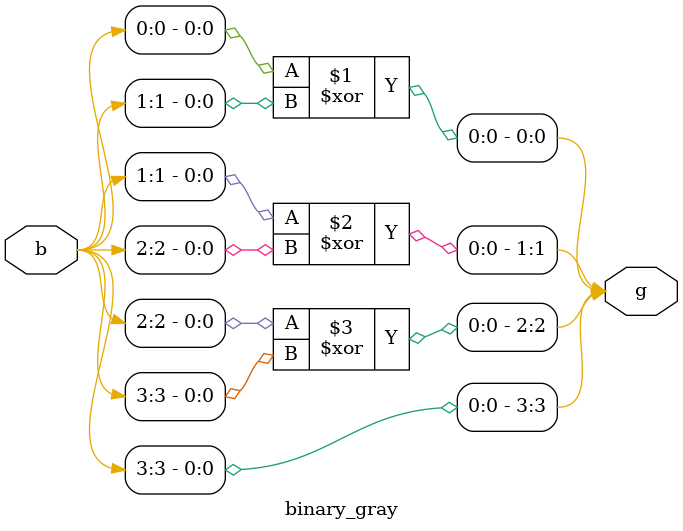
<source format=v>
module binary_gray #(parameter size=4)(input [size-1:0]b,
                                       output [size-1:0]g);

genvar i;
generate
for(i=0;i<size-1;i=i+1) begin
assign g[i]=b[i]^b[i+1];
end
endgenerate
assign g[size-1]=b[size-1];

endmodule 

</source>
